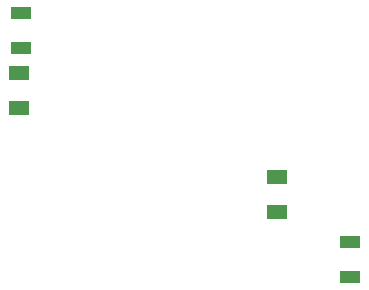
<source format=gbp>
G04*
G04 #@! TF.GenerationSoftware,Altium Limited,Altium Designer,22.8.2 (66)*
G04*
G04 Layer_Color=128*
%FSLAX44Y44*%
%MOMM*%
G71*
G04*
G04 #@! TF.SameCoordinates,050CC896-B192-49FC-821C-D45D8B1C7AEE*
G04*
G04*
G04 #@! TF.FilePolarity,Positive*
G04*
G01*
G75*
%ADD22R,1.8000X1.1500*%
%ADD30R,1.8000X1.0000*%
D22*
X815000Y591000D02*
D03*
Y561000D02*
D03*
X597000Y649000D02*
D03*
Y679000D02*
D03*
D30*
X877000Y536000D02*
D03*
Y506000D02*
D03*
X598000Y700000D02*
D03*
Y730000D02*
D03*
M02*

</source>
